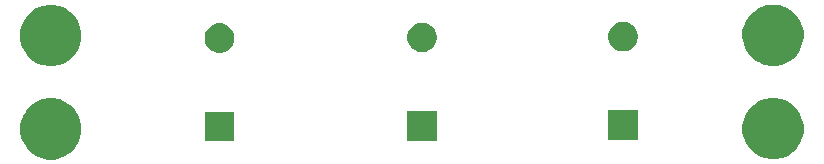
<source format=gbr>
G04 #@! TF.GenerationSoftware,KiCad,Pcbnew,(5.1.4)-1*
G04 #@! TF.CreationDate,2021-02-15T19:13:41-06:00*
G04 #@! TF.ProjectId,CapcitorBreakout,43617063-6974-46f7-9242-7265616b6f75,rev?*
G04 #@! TF.SameCoordinates,Original*
G04 #@! TF.FileFunction,Soldermask,Bot*
G04 #@! TF.FilePolarity,Negative*
%FSLAX46Y46*%
G04 Gerber Fmt 4.6, Leading zero omitted, Abs format (unit mm)*
G04 Created by KiCad (PCBNEW (5.1.4)-1) date 2021-02-15 19:13:41*
%MOMM*%
%LPD*%
G04 APERTURE LIST*
%ADD10C,0.100000*%
G04 APERTURE END LIST*
D10*
G36*
X124159908Y-90121880D02*
G01*
X124326767Y-90155070D01*
X124798299Y-90350385D01*
X125041029Y-90512573D01*
X125222666Y-90633938D01*
X125583562Y-90994834D01*
X125704927Y-91176471D01*
X125867115Y-91419201D01*
X126052282Y-91866234D01*
X126062430Y-91890734D01*
X126157127Y-92366807D01*
X126162000Y-92391309D01*
X126162000Y-92901691D01*
X126062430Y-93402267D01*
X125867115Y-93873799D01*
X125704927Y-94116529D01*
X125583562Y-94298166D01*
X125222666Y-94659062D01*
X125041029Y-94780427D01*
X124798299Y-94942615D01*
X124326767Y-95137930D01*
X124159908Y-95171120D01*
X123826193Y-95237500D01*
X123315807Y-95237500D01*
X122982092Y-95171120D01*
X122815233Y-95137930D01*
X122343701Y-94942615D01*
X122100971Y-94780427D01*
X121919334Y-94659062D01*
X121558438Y-94298166D01*
X121437073Y-94116529D01*
X121274885Y-93873799D01*
X121079570Y-93402267D01*
X120980000Y-92901691D01*
X120980000Y-92391309D01*
X120984874Y-92366807D01*
X121079570Y-91890734D01*
X121089718Y-91866234D01*
X121274885Y-91419201D01*
X121437073Y-91176471D01*
X121558438Y-90994834D01*
X121919334Y-90633938D01*
X122100971Y-90512573D01*
X122343701Y-90350385D01*
X122815233Y-90155070D01*
X122982092Y-90121880D01*
X123315807Y-90055500D01*
X123826193Y-90055500D01*
X124159908Y-90121880D01*
X124159908Y-90121880D01*
G37*
G36*
X185310408Y-90097380D02*
G01*
X185477267Y-90130570D01*
X185948799Y-90325885D01*
X186191529Y-90488073D01*
X186373166Y-90609438D01*
X186734062Y-90970334D01*
X186848431Y-91141500D01*
X187017615Y-91394701D01*
X187212930Y-91866233D01*
X187246120Y-92033092D01*
X187312500Y-92366807D01*
X187312500Y-92877193D01*
X187246120Y-93210908D01*
X187212930Y-93377767D01*
X187017615Y-93849299D01*
X186855427Y-94092029D01*
X186734062Y-94273666D01*
X186373166Y-94634562D01*
X186191529Y-94755927D01*
X185948799Y-94918115D01*
X185477267Y-95113430D01*
X185354096Y-95137930D01*
X184976693Y-95213000D01*
X184466307Y-95213000D01*
X184088904Y-95137930D01*
X183965733Y-95113430D01*
X183494201Y-94918115D01*
X183251471Y-94755927D01*
X183069834Y-94634562D01*
X182708938Y-94273666D01*
X182587573Y-94092029D01*
X182425385Y-93849299D01*
X182230070Y-93377767D01*
X182196880Y-93210908D01*
X182130500Y-92877193D01*
X182130500Y-92366807D01*
X182196880Y-92033092D01*
X182230070Y-91866233D01*
X182425385Y-91394701D01*
X182594569Y-91141500D01*
X182708938Y-90970334D01*
X183069834Y-90609438D01*
X183251471Y-90488073D01*
X183494201Y-90325885D01*
X183965733Y-90130570D01*
X184132592Y-90097380D01*
X184466307Y-90031000D01*
X184976693Y-90031000D01*
X185310408Y-90097380D01*
X185310408Y-90097380D01*
G37*
G36*
X139109500Y-93707000D02*
G01*
X136607500Y-93707000D01*
X136607500Y-91205000D01*
X139109500Y-91205000D01*
X139109500Y-93707000D01*
X139109500Y-93707000D01*
G37*
G36*
X156254500Y-93643500D02*
G01*
X153752500Y-93643500D01*
X153752500Y-91141500D01*
X156254500Y-91141500D01*
X156254500Y-93643500D01*
X156254500Y-93643500D01*
G37*
G36*
X173272500Y-93580000D02*
G01*
X170770500Y-93580000D01*
X170770500Y-91078000D01*
X173272500Y-91078000D01*
X173272500Y-93580000D01*
X173272500Y-93580000D01*
G37*
G36*
X124159908Y-82221880D02*
G01*
X124326767Y-82255070D01*
X124798299Y-82450385D01*
X125041029Y-82612573D01*
X125222666Y-82733938D01*
X125583562Y-83094834D01*
X125704927Y-83276471D01*
X125867115Y-83519201D01*
X126059759Y-83984285D01*
X126062430Y-83990734D01*
X126157127Y-84466807D01*
X126162000Y-84491309D01*
X126162000Y-85001691D01*
X126062430Y-85502267D01*
X125867115Y-85973799D01*
X125704927Y-86216529D01*
X125583562Y-86398166D01*
X125222666Y-86759062D01*
X125041029Y-86880427D01*
X124798299Y-87042615D01*
X124326767Y-87237930D01*
X124159908Y-87271120D01*
X123826193Y-87337500D01*
X123315807Y-87337500D01*
X122982092Y-87271120D01*
X122815233Y-87237930D01*
X122343701Y-87042615D01*
X122100971Y-86880427D01*
X121919334Y-86759062D01*
X121558438Y-86398166D01*
X121437073Y-86216529D01*
X121274885Y-85973799D01*
X121079570Y-85502267D01*
X120980000Y-85001691D01*
X120980000Y-84491309D01*
X120984874Y-84466807D01*
X121079570Y-83990734D01*
X121082241Y-83984285D01*
X121274885Y-83519201D01*
X121437073Y-83276471D01*
X121558438Y-83094834D01*
X121919334Y-82733938D01*
X122100971Y-82612573D01*
X122343701Y-82450385D01*
X122815233Y-82255070D01*
X122982092Y-82221880D01*
X123315807Y-82155500D01*
X123826193Y-82155500D01*
X124159908Y-82221880D01*
X124159908Y-82221880D01*
G37*
G36*
X185310408Y-82197380D02*
G01*
X185477267Y-82230570D01*
X185948799Y-82425885D01*
X186191529Y-82588073D01*
X186373166Y-82709438D01*
X186734062Y-83070334D01*
X186855427Y-83251971D01*
X187017615Y-83494701D01*
X187212930Y-83966233D01*
X187225919Y-84031534D01*
X187312500Y-84466807D01*
X187312500Y-84977193D01*
X187292207Y-85079213D01*
X187212930Y-85477767D01*
X187017615Y-85949299D01*
X186877547Y-86158925D01*
X186734062Y-86373666D01*
X186373166Y-86734562D01*
X186191529Y-86855927D01*
X185948799Y-87018115D01*
X185477267Y-87213430D01*
X185354096Y-87237930D01*
X184976693Y-87313000D01*
X184466307Y-87313000D01*
X184088904Y-87237930D01*
X183965733Y-87213430D01*
X183494201Y-87018115D01*
X183251471Y-86855927D01*
X183069834Y-86734562D01*
X182708938Y-86373666D01*
X182565453Y-86158925D01*
X182425385Y-85949299D01*
X182230070Y-85477767D01*
X182150793Y-85079213D01*
X182130500Y-84977193D01*
X182130500Y-84466807D01*
X182217081Y-84031534D01*
X182230070Y-83966233D01*
X182425385Y-83494701D01*
X182587573Y-83251971D01*
X182708938Y-83070334D01*
X183069834Y-82709438D01*
X183251471Y-82588073D01*
X183494201Y-82425885D01*
X183965733Y-82230570D01*
X184132592Y-82197380D01*
X184466307Y-82131000D01*
X184976693Y-82131000D01*
X185310408Y-82197380D01*
X185310408Y-82197380D01*
G37*
G36*
X138059019Y-83720377D02*
G01*
X138223403Y-83753075D01*
X138451071Y-83847378D01*
X138655966Y-83984285D01*
X138830215Y-84158534D01*
X138967122Y-84363429D01*
X138967123Y-84363431D01*
X139061425Y-84591097D01*
X139109500Y-84832787D01*
X139109500Y-85079213D01*
X139061425Y-85320903D01*
X138967122Y-85548571D01*
X138830215Y-85753466D01*
X138655966Y-85927715D01*
X138451071Y-86064622D01*
X138451070Y-86064623D01*
X138451069Y-86064623D01*
X138223403Y-86158925D01*
X137981714Y-86207000D01*
X137735286Y-86207000D01*
X137493597Y-86158925D01*
X137265931Y-86064623D01*
X137265930Y-86064623D01*
X137265929Y-86064622D01*
X137061034Y-85927715D01*
X136886785Y-85753466D01*
X136749878Y-85548571D01*
X136655575Y-85320903D01*
X136607500Y-85079213D01*
X136607500Y-84832787D01*
X136655575Y-84591097D01*
X136749877Y-84363431D01*
X136749878Y-84363429D01*
X136886785Y-84158534D01*
X137061034Y-83984285D01*
X137265929Y-83847378D01*
X137493597Y-83753075D01*
X137657981Y-83720377D01*
X137735286Y-83705000D01*
X137981714Y-83705000D01*
X138059019Y-83720377D01*
X138059019Y-83720377D01*
G37*
G36*
X155368403Y-83689575D02*
G01*
X155596071Y-83783878D01*
X155800966Y-83920785D01*
X155975215Y-84095034D01*
X156112122Y-84299929D01*
X156112123Y-84299931D01*
X156206425Y-84527597D01*
X156254500Y-84769286D01*
X156254500Y-85015714D01*
X156206425Y-85257403D01*
X156115148Y-85477767D01*
X156112122Y-85485071D01*
X155975215Y-85689966D01*
X155800966Y-85864215D01*
X155596071Y-86001122D01*
X155596070Y-86001123D01*
X155596069Y-86001123D01*
X155368403Y-86095425D01*
X155126714Y-86143500D01*
X154880286Y-86143500D01*
X154638597Y-86095425D01*
X154410931Y-86001123D01*
X154410930Y-86001123D01*
X154410929Y-86001122D01*
X154206034Y-85864215D01*
X154031785Y-85689966D01*
X153894878Y-85485071D01*
X153891853Y-85477767D01*
X153800575Y-85257403D01*
X153752500Y-85015714D01*
X153752500Y-84769286D01*
X153800575Y-84527597D01*
X153894877Y-84299931D01*
X153894878Y-84299929D01*
X154031785Y-84095034D01*
X154206034Y-83920785D01*
X154410929Y-83783878D01*
X154638597Y-83689575D01*
X154880286Y-83641500D01*
X155126714Y-83641500D01*
X155368403Y-83689575D01*
X155368403Y-83689575D01*
G37*
G36*
X172386403Y-83626075D02*
G01*
X172576946Y-83705000D01*
X172614071Y-83720378D01*
X172818966Y-83857285D01*
X172993215Y-84031534D01*
X173035646Y-84095036D01*
X173130123Y-84236431D01*
X173224425Y-84464097D01*
X173272500Y-84705786D01*
X173272500Y-84952214D01*
X173224425Y-85193903D01*
X173198123Y-85257403D01*
X173130122Y-85421571D01*
X172993215Y-85626466D01*
X172818966Y-85800715D01*
X172614071Y-85937622D01*
X172614070Y-85937623D01*
X172614069Y-85937623D01*
X172386403Y-86031925D01*
X172144714Y-86080000D01*
X171898286Y-86080000D01*
X171656597Y-86031925D01*
X171428931Y-85937623D01*
X171428930Y-85937623D01*
X171428929Y-85937622D01*
X171224034Y-85800715D01*
X171049785Y-85626466D01*
X170912878Y-85421571D01*
X170844878Y-85257403D01*
X170818575Y-85193903D01*
X170770500Y-84952214D01*
X170770500Y-84705786D01*
X170818575Y-84464097D01*
X170912877Y-84236431D01*
X171007354Y-84095036D01*
X171049785Y-84031534D01*
X171224034Y-83857285D01*
X171428929Y-83720378D01*
X171466055Y-83705000D01*
X171656597Y-83626075D01*
X171898286Y-83578000D01*
X172144714Y-83578000D01*
X172386403Y-83626075D01*
X172386403Y-83626075D01*
G37*
M02*

</source>
